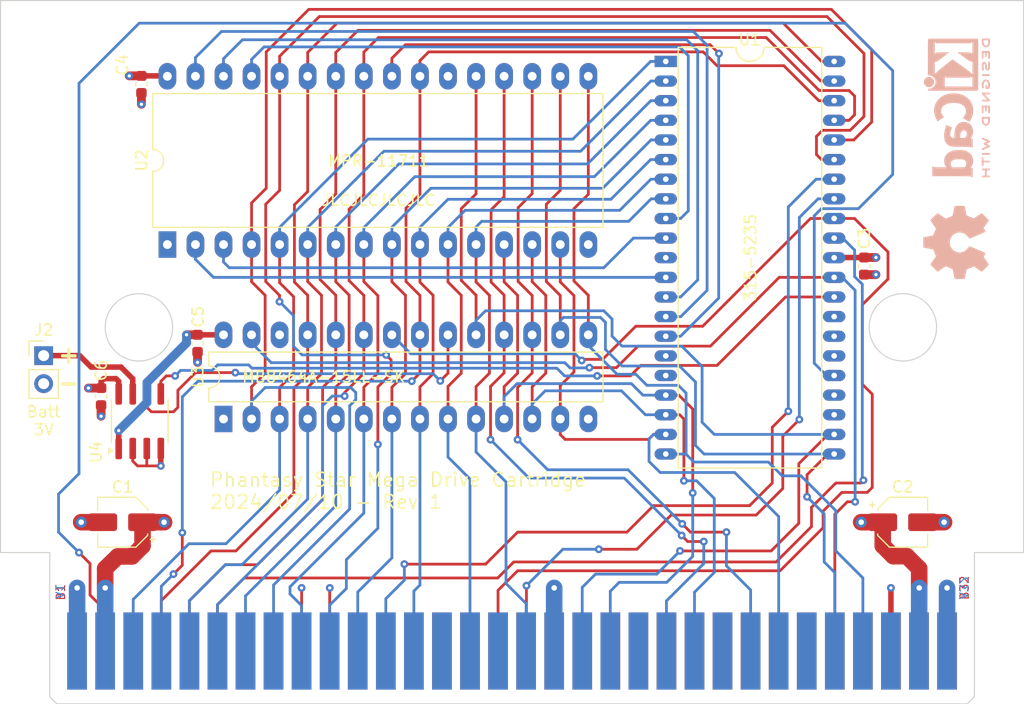
<source format=kicad_pcb>
(kicad_pcb (version 20240108) (generator "pcbnew") (generator_version "8.0")
  (title_block (title "Phantasy Star Mega Drive Cartridge") (date "2024-07-10") (rev "1") (company "Jason Fritcher"))
  (layers (0 "F.Cu" signal) (1 "In1.Cu" power) (2 "In2.Cu" power) (31 "B.Cu" signal) (34 "B.Paste" user) (35 "F.Paste" user) (36 "B.SilkS" user "B.Silkscreen") (37 "F.SilkS" user "F.Silkscreen") (38 "B.Mask" user) (39 "F.Mask" user) (44 "Edge.Cuts" user))
  (net 0 "")
  (net 1 "+5V")
  (net 2 "GND")
  (net 3 "/BATT+")
  (net 5 "/C_A8")
  (net 6 "/C_A11")
  (net 7 "/C_A7")
  (net 8 "/C_A12")
  (net 9 "/C_A6")
  (net 10 "/C_A13")
  (net 11 "/C_A5")
  (net 12 "/C_A14")
  (net 13 "/C_A4")
  (net 14 "/C_A3")
  (net 15 "/C_A2")
  (net 16 "/C_A1")
  (net 17 "/C_A9")
  (net 18 "/C_A10")
  (net 19 "/C_A0")
  (net 20 "/C_D7")
  (net 21 "/C_D0")
  (net 22 "/C_D6")
  (net 23 "/C_D1")
  (net 24 "/C_D5")
  (net 25 "/C_D2")
  (net 27 "/C_D4")
  (net 28 "/C_D3")
  (net 44 "/C_~{RESET}")
  (net 52 "/C_~{CE}")
  (net 53 "/C_~{RD}")
  (net 54 "/C_~{WR}")
  (net 57 "/A14")
  (net 58 "/A15")
  (net 59 "/A16")
  (net 60 "/A17")
  (net 61 "/A18")
  (net 67 "/C_A15")
  (net 68 "/~{CE0}")
  (net 69 "/~{SRAM_{CE}}")
  (net 73 "/~{SR_MGMT_{CE}}")
  (net 74 "/SRAM_{VCC}")
  (footprint "Custom:DIL42_600mil_P70mil_SmallDrill" (layer "F.Cu") (at 123.86 65.314)
    (property "Reference" "U1")
    (property "Value" "315-5235")
  )
  (footprint "Capacitor_SMD:C_0603_1608Metric" (layer "F.Cu") (at 81.480002 90.85 -90)
    (property "Reference" "C5")
    (property "Value" "100n" (hide yes))
  )
  (footprint "Capacitor_SMD:C_0603_1608Metric" (layer "F.Cu") (at 72.75 95.675 -90)
    (property "Reference" "C6")
    (property "Value" "100n" (hide yes))
  )
  (footprint "Package_SO:SOIC-8_3.9x4.9mm_P1.27mm" (layer "F.Cu") (at 76.25 97.9 90)
    (property "Reference" "U4")
    (property "Value" "BQ2201SN" (hide yes))
  )
  (footprint "Connector_PinHeader_2.54mm:PinHeader_1x02_P2.54mm_Vertical" (layer "F.Cu") (at 67.55 91.96)
    (property "Reference" "J2")
    (property "Value" "Batt" (hide yes))
  )
  (footprint "Package_DIP:DIP-32_W15.24mm_LongPads" (layer "F.Cu") (at 78.75 81.9 90)
    (property "Reference" "U2")
    (property "Value" "MPR-11711")
  )
  (footprint "Package_DIP:DIP-28_W7.62mm_LongPads" (layer "F.Cu") (at 83.83 97.7 90)
    (property "Reference" "U3")
    (property "Value" "MB8464A-15LL-SK")
  )
  (footprint "Capacitor_SMD:C_0603_1608Metric" (layer "F.Cu") (at 141.825 83.849 -90)
    (property "Reference" "C3")
    (property "Value" "100n" (hide yes))
  )
  (footprint "My_Library:2x32_P2.54mm_Edge" (layer "F.Cu") (at 109.95 118.4)
    (property "Reference" "J1" (hide yes))
    (property "Value" "Sega_MegaDrive_Cart_Conn" (hide yes))
  )
  (footprint "Capacitor_SMD:CP_Elec_4x5.4" (layer "F.Cu") (at 145.3 107.05)
    (property "Reference" "C2")
    (property "Value" "22u" (hide yes))
  )
  (footprint "Capacitor_SMD:CP_Elec_4x5.4" (layer "F.Cu") (at 74.7 107.05 180)
    (property "Reference" "C1")
    (property "Value" "22u" (hide yes))
  )
  (footprint "Capacitor_SMD:C_0603_1608Metric" (layer "F.Cu") (at 76.4 67.397499 -90)
    (property "Reference" "C4")
    (property "Value" "100n" (hide yes))
  )
  (footprint "Symbol:OSHW-Symbol_6.7x6mm_SilkScreen" (layer "B.Cu") (at 150.15 81.7 -90)
    (property "Reference" "REF**" (hide yes))
    (property "Value" "OSHW-Symbol_6.7x6mm_SilkScreen" (hide yes))
  )
  (footprint "Symbol:KiCad-Logo2_5mm_SilkScreen" (layer "B.Cu") (at 150.2 69.525 -90)
    (property "Reference" "REF**" (hide yes))
    (property "Value" "KiCad-Logo2_5mm_SilkScreen" (hide yes))
  )
  (gr_line (start 63.65 59.8) (end 156.25 59.8) (stroke (width 0.1)) (layer "Edge.Cuts"))
  (gr_line (start 63.65 109.8) (end 68.1 109.8) (stroke (width 0.1)) (layer "Edge.Cuts"))
  (gr_line (start 68.1 122.8675) (end 68.735 123.5) (stroke (width 0.1)) (layer "Edge.Cuts"))
  (gr_line (start 151.8 109.8) (end 151.8 122.865) (stroke (width 0.1)) (layer "Edge.Cuts"))
  (gr_line (start 151.165 123.5) (end 151.8 122.8675) (stroke (width 0.1)) (layer "Edge.Cuts"))
  (gr_line (start 156.25 59.8) (end 156.25 109.8) (stroke (width 0.1)) (layer "Edge.Cuts"))
  (gr_line (start 151.8 109.8) (end 156.25 109.8) (stroke (width 0.1)) (layer "Edge.Cuts"))
  (gr_line (start 63.65 59.8) (end 63.65 109.8) (stroke (width 0.1)) (layer "Edge.Cuts"))
  (gr_line (start 68.735 123.5) (end 151.165 123.5) (stroke (width 0.1)) (layer "Edge.Cuts"))
  (gr_line (start 68.1 109.8) (end 68.1 122.865) (stroke (width 0.1)) (layer "Edge.Cuts"))
  (gr_circle (center 145.325 89.4) (end 148.375 89.4) (stroke (width 0.1)) (fill none) (layer "Edge.Cuts"))
  (gr_circle (center 76.175 89.4) (end 79.225 89.4) (stroke (width 0.1)) (fill none) (layer "Edge.Cuts"))
  (gr_text "B32" (at 150.9 113 90) (layer "F.Cu") (effects (font (size 0.75 0.75) (thickness 0.1))))
  (gr_text "B1" (at 69.1 113.4 90) (layer "F.Cu") (effects (font (size 0.75 0.75) (thickness 0.1))))
  (gr_text "A1" (at 69 113.3 -90) (layer "B.Cu") (effects (font (size 0.75 0.75) (thickness 0.1)) (justify mirror)))
  (gr_text "A32" (at 150.8 113 -90) (layer "B.Cu") (effects (font (size 0.75 0.75) (thickness 0.1)) (justify mirror)))
  (gr_text "Phantasy Star Mega Drive Cartridge\n2024/07/10 - Rev 1" (at 82.5 105.95 0) (layer "F.SilkS") (effects (font (size 1.25 1.25)) (justify left bottom)))
  (gr_text "-" (at 68.7 95.3 0) (layer "F.SilkS") (effects (font (size 1.5 1.5) (thickness 0.3) (bold yes)) (justify left bottom)))
  (gr_text "Batt\n3V" (at 67.55 99.25 0) (layer "F.SilkS") (effects (font (size 1 1)) (justify bottom)))
  (gr_text "+" (at 68.7 92.75 0) (layer "F.SilkS") (effects (font (size 1.5 1.5) (thickness 0.3) (bold yes)) (justify left bottom)))
  (gr_text "JLCJLCJLCJLC" (at 92.625 78.475 0) (layer "F.SilkS") (effects (font (size 1 1)) (justify left bottom)))
  (segment (start 143.5 109.175) (end 143.5 107.05) (width 1.5) (layer "F.Cu") (net 1))
  (segment (start 90.9 118.7175) (end 90.9 113) (width 0.25) (layer "F.Cu") (net 1))
  (segment (start 73 94.05) (end 72.75 94.3) (width 0.5) (layer "F.Cu") (net 1))
  (segment (start 142.885 83.074) (end 141.825 83.074) (width 0.8) (layer "F.Cu") (net 1))
  (segment (start 78.45 107.05) (end 76.5 107.05) (width 1.5) (layer "F.Cu") (net 1))
  (segment (start 72.75 94.3) (end 72.75 94.9) (width 0.5) (layer "F.Cu") (net 1))
  (segment (start 146.8 111.25) (end 145.675 110.125) (width 1.5) (layer "F.Cu") (net 1))
  (segment (start 73.12 111.25) (end 74.25 110.15) (width 1.5) (layer "F.Cu") (net 1))
  (segment (start 74.1 94.05) (end 73 94.05) (width 0.5) (layer "F.Cu") (net 1))
  (segment (start 74.25 110.15) (end 75.55 110.15) (width 1.5) (layer "F.Cu") (net 1))
  (segment (start 76.4 66.622499) (end 78.712499 66.622499) (width 0.5) (layer "F.Cu") (net 1))
  (segment (start 75.55 110.15) (end 76.5 109.2) (width 1.5) (layer "F.Cu") (net 1))
  (segment (start 74.345 94.295) (end 74.1 94.05) (width 0.5) (layer "F.Cu") (net 1))
  (segment (start 73.12 113) (end 73.12 111.25) (width 1.5) (layer "F.Cu") (net 1))
  (segment (start 145.675 110.125) (end 144.45 110.125) (width 1.5) (layer "F.Cu") (net 1))
  (segment (start 74.345 95.425) (end 74.345 94.295) (width 0.5) (layer "F.Cu") (net 1))
  (segment (start 76.5 109.2) (end 76.5 107.05) (width 1.5) (layer "F.Cu") (net 1))
  (segment (start 139.12 83.074) (end 141.825 83.074) (width 0.5) (layer "F.Cu") (net 1))
  (segment (start 71.6 94.9) (end 72.75 94.9) (width 0.8) (layer "F.Cu") (net 1))
  (segment (start 144.45 110.125) (end 143.5 109.175) (width 1.5) (layer "F.Cu") (net 1))
  (segment (start 146.8 113) (end 146.8 111.25) (width 1.5) (layer "F.Cu") (net 1))
  (segment (start 139.12 83.074) (end 139.1 83.094) (width 0.8) (layer "F.Cu") (net 1))
  (segment (start 75.3 66.622499) (end 76.4 66.622499) (width 0.8) (layer "F.Cu") (net 1))
  (segment (start 141.55 107.05) (end 143.5 107.05) (width 1.5) (layer "F.Cu") (net 1))
  (segment (start 78.712499 66.622499) (end 78.75 66.66) (width 0.8) (layer "F.Cu") (net 1))
  (via (at 90.9 113) (size 0.7) (drill 0.3) (layers "F.Cu" "B.Cu") (net 1))
  (via (at 78.45 107.05) (size 1) (drill 0.5) (layers "F.Cu" "B.Cu") (net 1))
  (via (at 71.6 94.9) (size 0.7) (drill 0.3) (layers "F.Cu" "B.Cu") (net 1))
  (via (at 75.3 66.622499) (size 0.7) (drill 0.3) (layers "F.Cu" "B.Cu") (net 1))
  (via (at 141.55 107.05) (size 1) (drill 0.5) (layers "F.Cu" "B.Cu") (net 1))
  (via (at 73.12 113) (size 1) (drill 0.5) (layers "F.Cu" "B.Cu") (net 1))
  (via (at 146.8 113) (size 1) (drill 0.5) (layers "F.Cu" "B.Cu") (net 1))
  (via (at 142.885 83.074) (size 0.7) (drill 0.3) (layers "F.Cu" "B.Cu") (net 1))
  (segment (start 146.78 118.7175) (end 146.8 113) (width 1.5) (layer "B.Cu") (net 1))
  (segment (start 73.12 118.7175) (end 73.12 113) (width 1.5) (layer "B.Cu") (net 1))
  (segment (start 70.95 107.05) (end 72.9 107.05) (width 1.5) (layer "F.Cu") (net 2))
  (segment (start 76.05 101.95) (end 76.9 101.95) (width 0.25) (layer "F.Cu") (net 2))
  (segment (start 76.4 69.1975) (end 76.4 68.172499) (width 0.8) (layer "F.Cu") (net 2))
  (segment (start 76.9 101.95) (end 78.155 101.95) (width 0.25) (layer "F.Cu") (net 2))
  (segment (start 75.615 101.515) (end 76.05 101.95) (width 0.25) (layer "F.Cu") (net 2))
  (segment (start 149.05 107.05) (end 147.1 107.05) (width 1.5) (layer "F.Cu") (net 2))
  (segment (start 81.480001 91.625001) (end 81.480002 92.575002) (width 0.8) (layer "F.Cu") (net 2))
  (segment (start 78.155 100.375) (end 78.155 101.95) (width 0.5) (layer "F.Cu") (net 2))
  (segment (start 76.885 101.935) (end 76.9 101.95) (width 0.25) (layer "F.Cu") (net 2))
  (segment (start 76.885 100.375) (end 76.885 101.935) (width 0.25) (layer "F.Cu") (net 2))
  (segment (start 144.24 118.7175) (end 144.24 113) (width 0.5) (layer "F.Cu") (net 2))
  (segment (start 75.615 100.375) (end 75.615 101.515) (width 0.25) (layer "F.Cu") (net 2))
  (segment (start 93.44 118.7175) (end 93.44 113.01) (width 0.25) (layer "F.Cu") (net 2))
  (segment (start 93.44 113.01) (end 93.45 113) (width 0.25) (layer "F.Cu") (net 2))
  (segment (start 72.75 96.45) (end 72.75 97.45) (width 0.8) (layer "F.Cu") (net 2))
  (segment (start 142.885 84.624) (end 141.825 84.624) (width 0.8) (layer "F.Cu") (net 2))
  (segment (start 149.32 118.7175) (end 149.32 113) (width 0.5) (layer "F.Cu") (net 2))
  (via (at 149.32 113) (size 1) (drill 0.5) (layers "F.Cu" "B.Cu") (net 2))
  (via (at 70.58 113) (size 1) (drill 0.5) (layers "F.Cu" "B.Cu") (net 2))
  (via (at 113.76 113) (size 1) (drill 0.5) (layers "F.Cu" "B.Cu") (net 2))
  (via (at 81.480002 92.575002) (size 0.7) (drill 0.3) (layers "F.Cu" "B.Cu") (net 2))
  (via (at 78.155 101.95) (size 0.7) (drill 0.3) (layers "F.Cu" "B.Cu") (net 2))
  (via (at 144.24 113) (size 0.7) (drill 0.3) (layers "F.Cu" "B.Cu") (net 2))
  (via (at 70.95 107.05) (size 1) (drill 0.5) (layers "F.Cu" "B.Cu") (net 2))
  (via (at 72.75 97.45) (size 0.7) (drill 0.3) (layers "F.Cu" "B.Cu") (net 2))
  (via (at 76.4 69.1975) (size 0.7) (drill 0.3) (layers "F.Cu" "B.Cu") (net 2))
  (via (at 142.885 84.624) (size 0.7) (drill 0.3) (layers "F.Cu" "B.Cu") (net 2))
  (via (at 93.45 113) (size 0.7) (drill 0.3) (layers "F.Cu" "B.Cu") (net 2))
  (via (at 149.05 107.05) (size 1) (drill 0.5) (layers "F.Cu" "B.Cu") (net 2))
  (segment (start 113.76 118.7175) (end 113.76 113) (width 1.5) (layer "B.Cu") (net 2))
  (segment (start 149.32 118.7175) (end 149.32 113) (width 1.5) (layer "B.Cu") (net 2))
  (segment (start 70.58 118.7175) (end 70.58 113) (width 1.5) (layer "B.Cu") (net 2))
  (segment (start 71.85 93) (end 70.81 91.96) (width 0.5) (layer "F.Cu") (net 3))
  (segment (start 75.615 94.065) (end 74.55 93) (width 0.5) (layer "F.Cu") (net 3))
  (segment (start 74.55 93) (end 71.85 93) (width 0.5) (layer "F.Cu") (net 3))
  (segment (start 70.81 91.96) (end 67.55 91.96) (width 0.5) (layer "F.Cu") (net 3))
  (segment (start 75.615 95.425) (end 75.615 94.065) (width 0.5) (layer "F.Cu") (net 3))
  (segment (start 78.2 114.15) (end 82.7 109.65) (width 0.25) (layer "F.Cu") (net 5))
  (segment (start 91.45 64.5) (end 91.45 66.66) (width 0.25) (layer "F.Cu") (net 5))
  (segment (start 91.45 77.1) (end 91.45 66.66) (width 0.25) (layer "F.Cu") (net 5))
  (segment (start 137.964 65.314) (end 134.5 61.85) (width 0.25) (layer "F.Cu") (net 5))
  (segment (start 84.95 109.65) (end 90.2 104.4) (width 0.25) (layer "F.Cu") (net 5))
  (segment (start 94.1 61.85) (end 91.45 64.5) (width 0.25) (layer "F.Cu") (net 5))
  (segment (start 91.45 86.5) (end 90.25 85.3) (width 0.25) (layer "F.Cu") (net 5))
  (segment (start 82.7 109.65) (end 84.95 109.65) (width 0.25) (layer "F.Cu") (net 5))
  (segment (start 90.2 94.9) (end 91.45 93.65) (width 0.25) (layer "F.Cu") (net 5))
  (segment (start 139.1 65.314) (end 137.964 65.314) (width 0.25) (layer "F.Cu") (net 5))
  (segment (start 91.45 90.08) (end 91.45 86.5) (width 0.25) (layer "F.Cu") (net 5))
  (segment (start 91.45 93.65) (end 91.45 90.08) (width 0.25) (layer "F.Cu") (net 5))
  (segment (start 90.2 104.4) (end 90.2 94.9) (width 0.25) (layer "F.Cu") (net 5))
  (segment (start 134.5 61.85) (end 94.1 61.85) (width 0.25) (layer "F.Cu") (net 5))
  (segment (start 78.2 118.7175) (end 78.2 114.15) (width 0.25) (layer "F.Cu") (net 5))
  (segment (start 90.25 85.3) (end 90.25 78.3) (width 0.25) (layer "F.Cu") (net 5))
  (segment (start 90.25 78.3) (end 91.45 77.1) (width 0.25) (layer "F.Cu") (net 5))
  (segment (start 96.53 86.505) (end 95.2 85.175) (width 0.25) (layer "F.Cu") (net 6))
  (segment (start 95.2 85.175) (end 95.2 78.7) (width 0.25) (layer "F.Cu") (net 6))
  (segment (start 140.45 67.95) (end 137.75 67.95) (width 0.25) (layer "F.Cu") (net 6))
  (segment (start 95.2 78.7) (end 96.53 77.37) (width 0.25) (layer "F.Cu") (net 6))
  (segment (start 140.95 70.15) (end 140.95 68.45) (width 0.25) (layer "F.Cu") (net 6))
  (segment (start 137.75 67.95) (end 132.95 63.15) (width 0.25) (layer "F.Cu") (net 6))
  (segment (start 94.8 95.625) (end 94.8 95.3) (width 0.25) (layer "F.Cu") (net 6))
  (segment (start 139.1 70.648) (end 140.452 70.648) (width 0.25) (layer "F.Cu") (net 6))
  (segment (start 140.95 68.45) (end 140.45 67.95) (width 0.25) (layer "F.Cu") (net 6))
  (segment (start 94.8 95.3) (end 96.53 93.57) (width 0.25) (layer "F.Cu") (net 6))
  (segment (start 97.85 63.15) (end 96.53 64.47) (width 0.25) (layer "F.Cu") (net 6))
  (segment (start 96.53 77.37) (end 96.53 66.66) (width 0.25) (layer "F.Cu") (net 6))
  (segment (start 140.452 70.648) (end 140.95 70.15) (width 0.25) (layer "F.Cu") (net 6))
  (segment (start 96.53 90.08) (end 96.53 86.505) (width 0.25) (layer "F.Cu") (net 6))
  (segment (start 132.95 63.15) (end 97.85 63.15) (width 0.25) (layer "F.Cu") (net 6))
  (segment (start 96.53 64.47) (end 96.53 66.66) (width 0.25) (layer "F.Cu") (net 6))
  (segment (start 96.53 93.57) (end 96.53 90.08) (width 0.25) (layer "F.Cu") (net 6))
  (via (at 94.8 95.625) (size 0.7) (drill 0.3) (layers "F.Cu" "B.Cu") (net 6))
  (segment (start 83.28 118.7175) (end 83.28 114.52) (width 0.25) (layer "B.Cu") (net 6))
  (segment (start 92.8 96.5) (end 93.675 95.625) (width 0.25) (layer "B.Cu") (net 6))
  (segment (start 93.675 95.625) (end 94.8 95.625) (width 0.25) (layer "B.Cu") (net 6))
  (segment (start 92.8 105) (end 92.8 96.5) (width 0.25) (layer "B.Cu") (net 6))
  (segment (start 83.28 114.52) (end 92.8 105) (width 0.25) (layer "B.Cu") (net 6))
  (segment (start 90.175 93.575) (end 90.175 86.625) (width 0.25) (layer "F.Cu") (net 7))
  (segment (start 88.91 85.36) (end 88.91 81.9) (width 0.25) (layer "F.Cu") (net 7))
  (segment (start 88.909999 94.840001) (end 90.175 93.575) (width 0.25) (layer "F.Cu") (net 7))
  (segment (start 88.909999 97.7) (end 88.909999 94.840001) (width 0.25) (layer "F.Cu") (net 7))
  (segment (start 90.175 86.625) (end 88.91 85.36) (width 0.25) (layer "F.Cu") (net 7))
  (segment (start 122.486 65.314) (end 115.45 72.35) (width 0.25) (layer "B.Cu") (net 7))
  (segment (start 123.86 65.314) (end 122.486 65.314) (width 0.25) (layer "B.Cu") (net 7))
  (segment (start 75.66 114.04) (end 80.7 109) (width 0.25) (layer "B.Cu") (net 7))
  (segment (start 96.9 72.35) (end 88.91 80.34) (width 0.25) (layer "B.Cu") (net 7))
  (segment (start 88.91 80.34) (end 88.91 81.9) (width 0.25) (layer "B.Cu") (net 7))
  (segment (start 115.45 72.35) (end 96.9 72.35) (width 0.25) (layer "B.Cu") (net 7))
  (segment (start 75.66 118.7175) (end 75.66 114.04) (width 0.25) (layer "B.Cu") (net 7))
  (segment (start 84.05 109) (end 88.909999 104.140001) (width 0.25) (layer "B.Cu") (net 7))
  (segment (start 80.7 109) (end 84.05 109) (width 0.25) (layer "B.Cu") (net 7))
  (segment (start 88.909999 104.140001) (end 88.909999 97.7) (width 0.25) (layer "B.Cu") (net 7))
  (segment (start 87.6 86.5) (end 86.37 85.27) (width 0.25) (layer "F.Cu") (net 8))
  (segment (start 91.55 60.6) (end 87.7 64.45) (width 0.25) (layer "F.Cu") (net 8))
  (segment (start 86.37 78.13) (end 86.37 81.9) (width 0.25) (layer "F.Cu") (net 8))
  (segment (start 87.6 93.55) (end 87.6 86.5) (width 0.25) (layer "F.Cu") (net 8))
  (segment (start 87.7 76.8) (end 86.37 78.13) (width 0.25) (layer "F.Cu") (net 8))
  (segment (start 139.1 72.426) (end 140.874 72.426) (width 0.25) (layer "F.Cu") (net 8))
  (segment (start 86.37 97.7) (end 86.37 94.78) (width 0.25) (layer "F.Cu") (net 8))
  (segment (start 138.85 60.6) (end 91.55 60.6) (width 0.25) (layer "F.Cu") (net 8))
  (segment (start 86.37 94.78) (end 87.6 93.55) (width 0.25) (layer "F.Cu") (net 8))
  (segment (start 142.5 70.8) (end 142.5 64.25) (width 0.25) (layer "F.Cu") (net 8))
  (segment (start 140.874 72.426) (end 142.5 70.8) (width 0.25) (layer "F.Cu") (net 8))
  (segment (start 86.37 85.27) (end 86.37 81.9) (width 0.25) (layer "F.Cu") (net 8))
  (segment (start 87.7 64.45) (end 87.7 76.8) (width 0.25) (layer "F.Cu") (net 8))
  (segment (start 142.5 64.25) (end 138.85 60.6) (width 0.25) (layer "F.Cu") (net 8))
  (segment (start 95.35 94.85) (end 87.6 94.85) (width 0.25) (layer "B.Cu") (net 8))
  (segment (start 95.25 105.85) (end 95.25 96.5) (width 0.25) (layer "B.Cu") (net 8))
  (segment (start 86.37 96.08) (end 86.37 97.7) (width 0.25) (layer "B.Cu") (net 8))
  (segment (start 87.6 94.85) (end 86.37 96.08) (width 0.25) (layer "B.Cu") (net 8))
  (segment (start 88.36 118.7175) (end 88.36 112.74) (width 0.25) (layer "B.Cu") (net 8))
  (segment (start 95.8 95.95) (end 95.8 95.3) (width 0.25) (layer "B.Cu") (net 8))
  (segment (start 95.8 95.3) (end 95.35 94.85) (width 0.25) (layer "B.Cu") (net 8))
  (segment (start 88.36 112.74) (end 95.25 105.85) (width 0.25) (layer "B.Cu") (net 8))
  (segment (start 95.25 96.5) (end 95.8 95.95) (width 0.25) (layer "B.Cu") (net 8))
  (segment (start 91.45 94.85) (end 92.7 93.6) (width 0.25) (layer "F.Cu") (net 9))
  (segment (start 91.45 85.25) (end 91.45 81.9) (width 0.25) (layer "F.Cu") (net 9))
  (segment (start 92.7 93.6) (end 92.7 86.5) (width 0.25) (layer "F.Cu") (net 9))
  (segment (start 91.45 97.7) (end 91.45 94.85) (width 0.25) (layer "F.Cu") (net 9))
  (segment (start 92.7 86.5) (end 91.45 85.25) (width 0.25) (layer "F.Cu") (net 9))
  (segment (start 84 110.9) (end 85.5 110.9) (width 0.25) (layer "B.Cu") (net 9))
  (segment (start 98.35 73.45) (end 91.45 80.35) (width 0.25) (layer "B.Cu") (net 9))
  (segment (start 91.45 80.35) (end 91.45 81.9) (width 0.25) (layer "B.Cu") (net 9))
  (segment (start 85.5 110.9) (end 91.45 104.95) (width 0.25) (layer "B.Cu") (net 9))
  (segment (start 123.86 67.092) (end 122.508 67.092) (width 0.25) (layer "B.Cu") (net 9))
  (segment (start 116.15 73.45) (end 98.35 73.45) (width 0.25) (layer "B.Cu") (net 9))
  (segment (start 91.45 104.95) (end 91.45 97.7) (width 0.25) (layer "B.Cu") (net 9))
  (segment (start 122.508 67.092) (end 116.15 73.45) (width 0.25) (layer "B.Cu") (net 9))
  (segment (start 80.74 118.7175) (end 80.74 114.16) (width 0.25) (layer "B.Cu") (net 9))
  (segment (start 80.74 114.16) (end 84 110.9) (width 0.25) (layer "B.Cu") (net 9))
  (segment (start 141.8 70.3) (end 141.8 64.6) (width 0.25) (layer "F.Cu") (net 10))
  (segment (start 138.45 61.25) (end 92.5 61.25) (width 0.25) (layer "F.Cu") (net 10))
  (segment (start 141.8 64.6) (end 138.45 61.25) (width 0.25) (layer "F.Cu") (net 10))
  (segment (start 99 92.35) (end 99 93.6) (width 0.25) (layer "F.Cu") (net 10))
  (segment (start 137.5 73.75) (end 137.5 72.1) (width 0.25) (layer "F.Cu") (net 10))
  (segment (start 137.954 74.204) (end 137.5 73.75) (width 0.25) (layer "F.Cu") (net 10))
  (segment (start 97.8 94.8) (end 97.8 100) (width 0.25) (layer "F.Cu") (net 10))
  (segment (start 88.91 64.84) (end 88.91 66.66) (width 0.25) (layer "F.Cu") (net 10))
  (segment (start 88.9 86.5) (end 88.9 87.075) (width 0.25) (layer "F.Cu") (net 10))
  (segment (start 99 93.6) (end 97.8 94.8) (width 0.25) (layer "F.Cu") (net 10))
  (segment (start 99 92.35) (end 98.55 91.9) (width 0.25) (layer "F.Cu") (net 10))
  (segment (start 139.1 74.204) (end 137.954 74.204) (width 0.25) (layer "F.Cu") (net 10))
  (segment (start 92.5 61.25) (end 88.91 64.84) (width 0.25) (layer "F.Cu") (net 10))
  (segment (start 140.55 71.55) (end 141.8 70.3) (width 0.25) (layer "F.Cu") (net 10))
  (segment (start 87.65 85.25) (end 88.9 86.5) (width 0.25) (layer "F.Cu") (net 10))
  (segment (start 138.05 71.55) (end 140.55 71.55) (width 0.25) (layer "F.Cu") (net 10))
  (segment (start 137.5 72.1) (end 138.05 71.55) (width 0.25) (layer "F.Cu") (net 10))
  (segment (start 88.91 76.99) (end 87.65 78.25) (width 0.25) (layer "F.Cu") (net 10))
  (segment (start 88.91 66.66) (end 88.91 76.99) (width 0.25) (layer "F.Cu") (net 10))
  (segment (start 87.65 78.25) (end 87.65 85.25) (width 0.25) (layer "F.Cu") (net 10))
  (via (at 98.55 91.9) (size 0.7) (drill 0.3) (layers "F.Cu" "B.Cu") (net 10))
  (via (at 97.8 100) (size 0.7) (drill 0.3) (layers "F.Cu" "B.Cu") (net 10))
  (via (at 88.9 87.075) (size 0.7) (drill 0.3) (layers "F.Cu" "B.Cu") (net 10))
  (segment (start 93.44 114.56) (end 93.44 118.7175) (width 0.25) (layer "B.Cu") (net 10))
  (segment (start 97.8 107.6) (end 94.95 110.45) (width 0.25) (layer "B.Cu") (net 10))
  (segment (start 97.8 100) (end 97.8 107.6) (width 0.25) (layer "B.Cu") (net 10))
  (segment (start 94.95 113.05) (end 93.44 114.56) (width 0.25) (layer "B.Cu") (net 10))
  (segment (start 94.95 110.45) (end 94.95 113.05) (width 0.25) (layer "B.Cu") (net 10))
  (segment (start 90.175 91.125) (end 90.95 91.9) (width 0.25) (layer "B.Cu") (net 10))
  (segment (start 90.95 91.9) (end 98.55 91.9) (width 0.25) (layer "B.Cu") (net 10))
  (segment (start 88.9 87.075) (end 90.175 88.35) (width 0.25) (layer "B.Cu") (net 10))
  (segment (start 90.175 88.35) (end 90.175 91.125) (width 0.25) (layer "B.Cu") (net 10))
  (segment (start 93.99 94.81) (end 95.2 93.6) (width 0.25) (layer "F.Cu") (net 11))
  (segment (start 95.2 93.6) (end 95.2 86.475) (width 0.25) (layer "F.Cu") (net 11))
  (segment (start 93.99 85.265) (end 93.99 81.9) (width 0.25) (layer "F.Cu") (net 11))
  (segment (start 95.2 86.475) (end 93.99 85.265) (width 0.25) (layer "F.Cu") (net 11))
  (segment (start 93.99 97.7) (end 93.99 94.81) (width 0.25) (layer "F.Cu") (net 11))
  (segment (start 85.82 118.7175) (end 85.82 113.73) (width 0.25) (layer "B.Cu") (net 11))
  (segment (start 123.86 68.87) (end 122.505 68.87) (width 0.25) (layer "B.Cu") (net 11))
  (segment (start 116.775 74.6) (end 99.7 74.6) (width 0.25) (layer "B.Cu") (net 11))
  (segment (start 99.7 74.6) (end 93.99 80.31) (width 0.25) (layer "B.Cu") (net 11))
  (segment (start 85.82 113.73) (end 93.99 105.56) (width 0.25) (layer "B.Cu") (net 11))
  (segment (start 93.99 80.31) (end 93.99 81.9) (width 0.25) (layer "B.Cu") (net 11))
  (segment (start 93.99 105.56) (end 93.99 97.7) (width 0.25) (layer "B.Cu") (net 11))
  (segment (start 122.505 68.87) (end 116.775 74.6) (width 0.25) (layer "B.Cu") (net 11))
  (segment (start 107.55 110.85) (end 110.45 107.95) (width 0.25) (layer "F.Cu") (net 12))
  (segment (start 110.45 107.95) (end 120.35 107.95) (width 0.25) (layer "F.Cu") (net 12))
  (segment (start 131.45 105.55) (end 133.5 103.5) (width 0.25) (layer "F.Cu") (net 12))
  (segment (start 120.35 107.95) (end 122.75 105.55) (width 0.25) (layer "F.Cu") (net 12))
  (segment (start 100.2 110.85) (end 107.55 110.85) (width 0.25) (layer "F.Cu") (net 12))
  (segment (start 133.5 98.45) (end 134.95 97) (width 0.25) (layer "F.Cu") (net 12))
  (segment (start 122.75 105.55) (end 131.45 105.55) (width 0.25) (layer "F.Cu") (net 12))
  (segment (start 133.5 103.5) (end 133.5 98.45) (width 0.25) (layer "F.Cu") (net 12))
  (via (at 100.2 110.85) (size 0.7) (drill 0.3) (layers "F.Cu" "B.Cu") (net 12))
  (via (at 134.95 97) (size 0.7) (drill 0.3) (layers "F.Cu" "B.Cu") (net 12))
  (segment (start 134.95 97) (end 134.95 78.5) (width 0.25) (layer "B.Cu") (net 12))
  (segment (start 100.2 112.3) (end 100.2 110.85) (width 0.25) (layer "B.Cu") (net 12))
  (segment (start 98.52 113.98) (end 100.2 112.3) (width 0.25) (layer "B.Cu") (net 12))
  (segment (start 137.468 75.982) (end 139.1 75.982) (width 0.25) (layer "B.Cu") (net 12))
  (segment (start 98.52 118.7175) (end 98.52 113.98) (width 0.25) (layer "B.Cu") (net 12))
  (segment (start 134.95 78.5) (end 137.468 75.982) (width 0.25) (layer "B.Cu") (net 12))
  (segment (start 96.53 85.255) (end 96.53 81.9) (width 0.25) (layer "F.Cu") (net 13))
  (segment (start 96.53 94.82) (end 97.8 93.55) (width 0.25) (layer "F.Cu") (net 13))
  (segment (start 97.8 86.525) (end 96.53 85.255) (width 0.25) (layer "F.Cu") (net 13))
  (segment (start 97.8 93.55) (end 97.8 86.525) (width 0.25) (layer "F.Cu") (net 13))
  (segment (start 96.53 97.7) (end 96.53 94.82) (width 0.25) (layer "F.Cu") (net 13))
  (segment (start 96.53 106.22) (end 96.53 97.7) (width 0.25) (layer "B.Cu") (net 13))
  (segment (start 89.85 113.55) (end 89.85 112.9) (width 0.25) (layer "B.Cu") (net 13))
  (segment (start 96.53 80.37) (end 96.53 81.9) (width 0.25) (layer "B.Cu") (net 13))
  (segment (start 90.9 118.7175) (end 90.9 114.6) (width 0.25) (layer "B.Cu") (net 13))
  (segment (start 101.15 75.75) (end 96.53 80.37) (width 0.25) (layer "B.Cu") (net 13))
  (segment (start 89.85 112.9) (end 96.53 106.22) (width 0.25) (layer "B.Cu") (net 13))
  (segment (start 90.9 114.6) (end 89.85 113.55) (width 0.25) (layer "B.Cu") (net 13))
  (segment (start 117.4 75.75) (end 101.15 75.75) (width 0.25) (layer "B.Cu") (net 13))
  (segment (start 123.86 70.648001) (end 122.501999 70.648001) (width 0.25) (layer "B.Cu") (net 13))
  (segment (start 122.501999 70.648001) (end 117.4 75.75) (width 0.25) (layer "B.Cu") (net 13))
  (segment (start 99.07 97.7) (end 99.07 94.83) (width 0.25) (layer "F.Cu") (net 14))
  (segment (start 100.3 86.5) (end 99.07 85.27) (width 0.25) (layer "F.Cu") (net 14))
  (segment (start 99.07 94.83) (end 100.3 93.6) (width 0.25) (layer "F.Cu") (net 14))
  (segment (start 100.3 93.6) (end 100.3 86.5) (width 0.25) (layer "F.Cu") (net 14))
  (segment (start 99.07 85.27) (end 99.07 81.9) (width 0.25) (layer "F.Cu") (net 14))
  (segment (start 99.07 110.28) (end 99.07 97.7) (width 0.25) (layer "B.Cu") (net 14))
  (segment (start 123.86 72.425999) (end 122.524001 72.425999) (width 0.25) (layer "B.Cu") (net 14))
  (segment (start 102.6 76.8) (end 99.07 80.33) (width 0.25) (layer "B.Cu") (net 14))
  (segment (start 99.07 80.33) (end 99.07 81.9) (width 0.25) (layer "B.Cu") (net 14))
  (segment (start 122.524001 72.425999) (end 118.15 76.8) (width 0.25) (layer "B.Cu") (net 14))
  (segment (start 95.98 113.37) (end 99.07 110.28) (width 0.25) (layer "B.Cu") (net 14))
  (segment (start 118.15 76.8) (end 102.6 76.8) (width 0.25) (layer "B.Cu") (net 14))
  (segment (start 95.98 118.7175) (end 95.98 113.37) (width 0.25) (layer "B.Cu") (net 14))
  (segment (start 101.610001 94.789999) (end 102.8 93.6) (width 0.25) (layer "F.Cu") (net 15))
  (segment (start 102.8 86.5) (end 101.61 85.31) (width 0.25) (layer "F.Cu") (net 15))
  (segment (start 101.61 85.31) (end 101.61 81.9) (width 0.25) (layer "F.Cu") (net 15))
  (segment (start 101.610001 97.7) (end 101.610001 94.789999) (width 0.25) (layer "F.Cu") (net 15))
  (segment (start 102.8 93.6) (end 102.8 86.5) (width 0.25) (layer "F.Cu") (net 15))
  (segment (start 101.06 113.29) (end 101.610001 112.739999) (width 0.25) (layer "B.Cu") (net 15))
  (segment (start 122.496 74.204) (end 118.9 77.8) (width 0.25) (layer "B.Cu") (net 15))
  (segment (start 101.61 80.34) (end 101.61 81.9) (width 0.25) (layer "B.Cu") (net 15))
  (segment (start 101.610001 112.739999) (end 101.610001 97.7) (width 0.25) (layer "B.Cu") (net 15))
  (segment (start 123.86 74.204) (end 122.496 74.204) (width 0.25) (layer "B.Cu") (net 15))
  (segment (start 104.15 77.8) (end 101.61 80.34) (width 0.25) (layer "B.Cu") (net 15))
  (segment (start 118.9 77.8) (end 104.15 77.8) (width 0.25) (layer "B.Cu") (net 15))
  (segment (start 101.06 118.7175) (end 101.06 113.29) (width 0.25) (layer "B.Cu") (net 15))
  (segment (start 104.15 94.75) (end 105.35 93.55) (width 0.25) (layer "F.Cu") (net 16))
  (segment (start 104.15 97.7) (end 104.15 94.75) (width 0.25) (layer "F.Cu") (net 16))
  (segment (start 105.35 93.55) (end 105.35 86.5) (width 0.25) (layer "F.Cu") (net 16))
  (segment (start 104.15 85.3) (end 104.15 81.9) (width 0.25) (layer "F.Cu") (net 16))
  (segment (start 105.35 86.5) (end 104.15 85.3) (width 0.25) (layer "F.Cu") (net 16))
  (segment (start 122.518 75.982) (end 119.7 78.8) (width 0.25) (layer "B.Cu") (net 16))
  (segment (start 123.86 75.982) (end 122.518 75.982) (width 0.25) (layer "B.Cu") (net 16))
  (segment (start 105.7 78.8) (end 104.15 80.35) (width 0.25) (layer "B.Cu") (net 16))
  (segment (start 104.15 80.35) (end 104.15 81.9) (width 0.25) (layer "B.Cu") (net 16))
  (segment (start 106.14 103.14) (end 104.15 101.15) (width 0.25) (layer "B.Cu") (net 16))
  (segment (start 106.14 118.7175) (end 106.14 103.14) (width 0.25) (layer "B.Cu") (net 16))
  (segment (start 119.7 78.8) (end 105.7 78.8) (width 0.25) (layer "B.Cu") (net 16))
  (segment (start 104.15 101.15) (end 104.15 97.7) (width 0.25) (layer "B.Cu") (net 16))
  (segment (start 133.3 62.5) (end 96 62.5) (width 0.25) (layer "F.Cu") (net 17))
  (segment (start 93.99 90.08) (end 93.99 86.49) (width 0.25) (layer "F.Cu") (net 17))
  (segment (start 96 62.5) (end 93.99 64.51) (width 0.25) (layer "F.Cu") (net 17))
  (segment (start 84 110.9) (end 86.9 110.9) (width 0.25) (layer "F.Cu") (net 17))
  (segment (start 93.99 86.49) (end 92.575 85.075) (width 0.25) (layer "F.Cu") (net 17))
  (segment (start 137.892 67.092) (end 133.3 62.5) (width 0.25) (layer "F.Cu") (net 17))
  (segment (start 92.8 94.85) (end 93.99 93.66) (width 0.25) (layer "F.Cu") (net 17))
  (segment (start 92.575 85.075) (end 92.575 78.725) (width 0.25) (layer "F.Cu") (net 17))
  (segment (start 92.8 105) (end 92.8 94.85) (width 0.25) (layer "F.Cu") (net 17))
  (segment (start 93.99 93.66) (end 93.99 90.08) (width 0.25) (layer "F.Cu") (net 17))
  (segment (start 139.1 67.092) (end 137.892 67.092) (width 0.25) (layer "F.Cu") (net 17))
  (segment (start 93.99 64.51) (end 93.99 66.66) (width 0.25) (layer "F.Cu") (net 17))
  (segment (start 92.575 78.725) (end 93.99 77.31) (width 0.25) (layer "F.Cu") (net 17))
  (segment (start 86.9 110.9) (end 92.8 105) (width 0.25) (layer "F.Cu") (net 17))
  (segment (start 80.74 118.7175) (end 80.74 114.16) (width 0.25) (layer "F.Cu") (net 17))
  (segment (start 80.74 114.16) (end 84 110.9) (width 0.25) (layer "F.Cu") (net 17))
  (segment (start 93.99 77.31) (end 93.99 66.66) (width 0.25) (layer "F.Cu") (net 17))
  (segment (start 127.25 64.45) (end 102.4 64.45) (width 0.25) (layer "F.Cu") (net 18))
  (segment (start 101.61 77.34) (end 101.61 66.66) (width 0.25) (layer "F.Cu") (net 18))
  (segment (start 100.35 78.6) (end 101.61 77.34) (width 0.25) (layer "F.Cu") (net 18))
  (segment (start 134.55 65.7) (end 128.5 65.7) (width 0.25) (layer "F.Cu") (net 18))
  (segment (start 101.61 90.08) (end 101.61 86.51) (width 0.25) (layer "F.Cu") (net 18))
  (segment (start 101.61 93.54) (end 101.61 90.08) (width 0.25) (layer "F.Cu") (net 18))
  (segment (start 100.35 85.25) (end 100.35 78.6) (width 0.25) (layer "F.Cu") (net 18))
  (segment (start 139.1 68.87) (end 137.72 68.87) (width 0.25) (layer "F.Cu") (net 18))
  (segment (start 102.4 64.45) (end 101.61 65.24) (width 0.25) (layer "F.Cu") (net 18))
  (segment (start 100.875 94.275) (end 101.61 93.54) (width 0.25) (layer "F.Cu") (net 18))
  (segment (start 137.72 68.87) (end 134.55 65.7) (width 0.25) (layer "F.Cu") (net 18))
  (segment (start 80.1 110.95) (end 79.3 111.75) (width 0.25) (layer "F.Cu") (net 18))
  (segment (start 101.61 65.24) (end 101.61 66.66) (width 0.25) (layer "F.Cu") (net 18))
  (segment (start 128.5 65.7) (end 127.25 64.45) (width 0.25) (layer "F.Cu") (net 18))
  (segment (start 80.1 108) (end 80.1 110.95) (width 0.25) (layer "F.Cu") (net 18))
  (segment (start 101.61 86.51) (end 100.35 85.25) (width 0.25) (layer "F.Cu") (net 18))
  (via (at 79.3 111.75) (size 0.7) (drill 0.3) (layers "F.Cu" "B.Cu") (net 18))
  (via (at 80.1 108) (size 0.7) (drill 0.3) (layers "F.Cu" "B.Cu") (net 18))
  (via (at 100.875 94.275) (size 0.7) (drill 0.3) (layers "F.Cu" "B.Cu") (net 18))
  (segment (start 78.2 118.7175) (end 78.2 112.85) (width 0.25) (layer "B.Cu") (net 18))
  (segment (start 100.875 94.275) (end 81.525 94.275) (width 0.25) (layer "B.Cu") (net 18))
  (segment (start 80.1 95.7) (end 80.1 108) (width 0.25) (layer "B.Cu") (net 18))
  (segment (start 81.525 94.275) (end 80.1 95.7) (width 0.25) (layer "B.Cu") (net 18))
  (segment (start 78.2 112.85) (end 79.3 111.75) (width 0.25) (layer "B.Cu") (net 18))
  (segment (start 106.69 85.29) (end 106.69 81.9) (width 0.25) (layer "F.Cu") (net 19))
  (segment (start 106.69 97.7) (end 106.69 94.76) (width 0.25) (layer "F.Cu") (net 19))
  (segment (start 107.9 93.55) (end 107.9 86.5) (width 0.25) (layer "F.Cu") (net 19))
  (segment (start 107.9 86.5) (end 106.69 85.29) (width 0.25) (layer "F.Cu") (net 19))
  (segment (start 106.69 94.76) (end 107.9 93.55) (width 0.25) (layer "F.Cu") (net 19))
  (segment (start 120.5 79.8) (end 107.2 79.8) (width 0.25) (layer "B.Cu") (net 19))
  (segment (start 111.22 118.7175) (end 111.22 114.42) (width 0.25) (layer "B.Cu") (net 19))
  (segment (start 122.54 77.76) (end 120.5 79.8) (width 0.25) (layer "B.Cu") (net 19))
  (segment (start 106.69 80.31) (end 106.69 81.9) (width 0.25) (layer "B.Cu") (net 19))
  (segment (start 106.69 100.69) (end 106.69 97.7) (width 0.25) (layer "B.Cu") (net 19))
  (segment (start 109.4 103.4) (end 106.69 100.69) (width 0.25) (layer "B.Cu") (net 19))
  (segment (start 123.86 77.76) (end 122.54 77.76) (width 0.25) (layer "B.Cu") (net 19))
  (segment (start 109.4 112.6) (end 109.4 103.4) (width 0.25) (layer "B.Cu") (net 19))
  (segment (start 111.22 114.42) (end 109.4 112.6) (width 0.25) (layer "B.Cu") (net 19))
  (segment (start 107.2 79.8) (end 106.69 80.31) (width 0.25) (layer "B.Cu") (net 19))
  (segment (start 133.4 109.65) (end 135.9 107.15) (width 0.25) (layer "F.Cu") (net 20))
  (segment (start 106.69 77.31) (end 106.69 66.66) (width 0.25) (layer "F.Cu") (net 20))
  (segment (start 106.69 90.08) (end 106.69 86.49) (width 0.25) (layer "F.Cu") (net 20))
  (segment (start 135.9 101.75) (end 138.554 99.096) (width 0.25) (layer "F.Cu") (net 20))
  (segment (start 138.554 99.096) (end 139.1 99.096) (width 0.25) (layer "F.Cu") (net 20))
  (segment (start 125.15 109.65) (end 133.4 109.65) (width 0.25) (layer "F.Cu") (net 20))
  (segment (start 105.35 78.65) (end 106.69 77.31) (width 0.25) (layer "F.Cu") (net 20))
  (segment (start 105.35 85.15) (end 105.35 78.65) (width 0.25) (layer "F.Cu") (net 20))
  (segment (start 135.9 107.15) (end 135.9 101.75) (width 0.25) (layer "F.Cu") (net 20))
  (segment (start 106.69 86.49) (end 105.35 85.15) (width 0.25) (layer "F.Cu") (net 20))
  (via (at 125.15 109.65) (size 0.7) (drill 0.3) (layers "F.Cu" "B.Cu") (net 20))
  (segment (start 107.55 87.9) (end 106.69 88.76) (width 0.25) (layer "B.Cu") (net 20))
  (segment (start 127.15 98) (end 127.15 92.95) (width 0.25) (layer "B.Cu") (net 20))
  (segment (start 116.3 118.7175) (end 116.3 112.95) (width 0.25) (layer "B.Cu") (net 20))
  (segment (start 125.3 91.1) (end 119.9 91.1) (width 0.25) (layer "B.Cu") (net 20))
  (segment (start 139.1 99.096) (end 128.246 99.096) (width 0.25) (layer "B.Cu") (net 20))
  (segment (start 119.9 91.1) (end 119 90.2) (width 0.25) (layer "B.Cu") (net 20))
  (segment (start 117.5 111.75) (end 123.05 111.75) (width 0.25) (layer "B.Cu") (net 20))
  (segment (start 119 90.2) (end 119 88.65) (width 0.25) (layer "B.Cu") (net 20))
  (segment (start 123.05 111.75) (end 125.15 109.65) (width 0.25) (layer "B.Cu") (net 20))
  (segment (start 118.25 87.9) (end 107.55 87.9) (width 0.25) (layer "B.Cu") (net 20))
  (segment (start 127.15 92.95) (end 125.3 91.1) (width 0.25) (layer "B.Cu") (net 20))
  (segment (start 128.246 99.096) (end 127.15 98) (width 0.25) (layer "B.Cu") (net 20))
  (segment (start 116.3 112.95) (end 117.5 111.75) (width 0.25) (layer "B.Cu") (net 20))
  (segment (start 119 88.65) (end 118.25 87.9) (width 0.25) (layer "B.Cu") (net 20))
  (segment (start 106.69 88.76) (end 106.69 90.08) (width 0.25) (layer "B.Cu") (net 20))
  (segment (start 109.23 97.7) (end 109.23 94.77) (width 0.25) (layer "F.Cu") (net 21))
  (segment (start 110.45 93.55) (end 110.45 86.5) (width 0.25) (layer "F.Cu") (net 21))
  (segment (start 109.23 85.28) (end 109.23 81.9) (width 0.25) (layer "F.Cu") (net 21))
  (segment (start 110.45 86.5) (end 109.23 85.28) (width 0.25) (layer "F.Cu") (net 21))
  (segment (start 109.23 94.77) (end 110.45 93.55) (width 0.25) (layer "F.Cu") (net 21))
  (segment (start 125.040001 95.540001) (end 126.3 96.8) (width 0.25) (layer "F.Cu") (net 21))
  (segment (start 123.86 95.540001) (end 125.040001 95.540001) (width 0.25) (layer "F.Cu") (net 21))
  (segment (start 126.3 96.8) (end 126.3 104.4) (width 0.25) (layer "F.Cu") (net 21))
  (via (at 126.3 104.4) (size 0.7) (drill 0.3) (layers "F.Cu" "B.Cu") (net 21))
  (segment (start 123.95 112.5) (end 126.3 110.15) (width 0.25) (layer "B.Cu") (net 21))
  (segment (start 120.75 94.5) (end 110.4 94.5) (width 0.25) (layer "B.Cu") (net 21))
  (segment (start 109.23 95.67) (end 109.23 97.7) (width 0.25) (layer "B.Cu") (net 21))
  (segment (start 126.3 110.15) (end 126.3 104.4) (width 0.25) (layer "B.Cu") (net 21))
  (segment (start 119.64 112.5) (end 123.95 112.5) (width 0.25) (layer "B.Cu") (net 21))
  (segment (start 110.4 94.5) (end 109.23 95.67) (width 0.25) (layer "B.Cu") (net 21))
  (segment (start 121.790001 95.540001) (end 120.75 94.5) (width 0.25) (layer "B.Cu") (net 21))
  (segment (start 118.84 113.3) (end 119.64 112.5) (width 0.25) (layer "B.Cu") (net 21))
  (segment (start 123.86 95.540001) (end 121.790001 95.540001) (width 0.25) (layer "B.Cu") (net 21))
  (segment (start 118.84 118.7175) (end 118.84 113.3) (width 0.25) (layer "B.Cu") (net 21))
  (segment (start 125.85 108.8) (end 125.3 108.25) (width 0.25) (layer "F.Cu") (net 22))
  (segment (start 127.3 108.8) (end 125.85 108.8) (width 0.25) (layer "F.Cu") (net 22))
  (segment (start 109.23 93.52) (end 109.23 90.08) (width 0.25) (layer "F.Cu") (net 22))
  (segment (start 108 99.575) (end 108 94.75) (width 0.25) (layer "F.Cu") (net 22))
  (segment (start 108.05 78.75) (end 109.23 77.57) (width 0.25) (layer "F.Cu") (net 22))
  (segment (start 108 94.75) (end 109.23 93.52) (width 0.25) (layer "F.Cu") (net 22))
  (segment (start 109.23 90.08) (end 109.23 86.48) (width 0.25) (layer "F.Cu") (net 22))
  (segment (start 108.05 85.3) (end 108.05 78.75) (width 0.25) (layer "F.Cu") (net 22))
  (segment (start 109.23 86.48) (end 108.05 85.3) (width 0.25) (layer "F.Cu") (net 22))
  (segment (start 109.23 77.57) (end 109.23 66.66) (width 0.25) (layer "F.Cu") (net 22))
  (via (at 125.3 108.25) (size 0.7) (drill 0.3) (layers "F.Cu" "B.Cu") (net 22))
  (via (at 108 99.575) (size 0.7) (drill 0.3) (layers "F.Cu" "B.Cu") (net 22))
  (via (at 127.3 108.8) (size 0.7) (drill 0.3) (layers "F.Cu" "B.Cu") (net 22))
  (segment (start 127.3 108.8) (end 127.3 110.8) (width 0.25) (layer "B.Cu") (net 22))
  (segment (start 111.475 103.05) (end 108 99.575) (width 0.25) (layer "B.Cu") (net 22))
  (segment (start 125.3 108.25) (end 120.1 103.05) (width 0.25) (layer "B.Cu") (net 22))
  (segment (start 127.3 110.8) (end 123.92 114.18) (width 0.25) (layer "B.Cu") (net 22))
  (segment (start 120.1 103.05) (end 111.475 103.05) (width 0.25) (layer "B.Cu") (net 22))
  (segment (start 123.92 114.18) (end 123.92 118.7175) (width 0.25) (layer "B.Cu") (net 22))
  (segment (start 125.117999 97.317999) (end 123.86 97.317999) (width 0.25) (layer "F.Cu") (net 23))
  (segment (start 125.5 103.3) (end 125.5 97.7) (width 0.25) (layer "F.Cu") (net 23))
  (segment (start 113 93.55) (end 113 86.5) (width 0.25) (layer "F.Cu") (net 23))
  (segment (start 111.77 85.27) (end 111.77 81.9) (width 0.25) (layer "F.Cu") (net 23))
  (segment (start 111.769999 97.7) (end 111.769999 94.780001) (width 0.25) (layer "F.Cu") (net 23))
  (segment (start 111.769999 94.780001) (end 113 93.55) (width 0.25) (layer "F.Cu") (net 23))
  (segment (start 125.5 97.7) (end 125.117999 97.317999) (width 0.25) (layer "F.Cu") (net 23))
  (segment (start 113 86.5) (end 111.77 85.27) (width 0.25) (layer "F.Cu") (net 23))
  (via (at 125.5 103.3) (size 0.7) (drill 0.3) (layers "F.Cu" "B.Cu") (net 23))
  (segment (start 111.769999 96.330001) (end 111.769999 97.7) (width 0.25) (layer "B.Cu") (net 23))
  (segment (start 122.017999 97.317999) (end 119.85 95.15) (width 0.25) (layer "B.Cu") (net 23))
  (segment (start 126.46 113.39) (end 128.25 111.6) (width 0.25) (layer "B.Cu") (net 23))
  (segment (start 128.25 104.9) (end 126.65 103.3) (width 0.25) (layer "B.Cu") (net 23))
  (segment (start 126.46 118.7175) (end 126.46 113.39) (width 0.25) (layer "B.Cu") (net 23))
  (segment (start 112.95 95.15) (end 111.769999 96.330001) (width 0.25) (layer "B.Cu") (net 23))
  (segment (start 123.86 97.317999) (end 122.017999 97.317999) (width 0.25) (layer "B.Cu") (net 23))
  (segment (start 128.25 111.6) (end 128.25 104.9) (width 0.25) (layer "B.Cu") (net 23))
  (segment (start 119.85 95.15) (end 112.95 95.15) (width 0.25) (layer "B.Cu") (net 23))
  (segment (start 126.65 103.3) (end 125.5 103.3) (width 0.25) (layer "B.Cu") (net 23))
  (segment (start 129.35 107.95) (end 126.1 107.95) (width 0.25) (layer "F.Cu") (net 24))
  (segment (start 110.45 94.85) (end 111.77 93.53) (width 0.25) (layer "F.Cu") (net 24))
  (segment (start 111.77 93.53) (end 111.77 90.08) (width 0.25) (layer "F.Cu") (net 24))
  (segment (start 111.77 90.08) (end 111.77 86.52) (width 0.25) (layer "F.Cu") (net 24))
  (segment (start 110.5 85.25) (end 110.5 78.55) (width 0.25) (layer "F.Cu") (net 24))
  (segment (start 126.1 107.95) (end 125.35 107.2) (width 0.25) (layer "F.Cu") (net 24))
  (segment (start 111.77 77.28) (end 111.77 66.66) (width 0.25) (layer "F.Cu") (net 24))
  (segment (start 110.5 78.55) (end 111.77 77.28) (width 0.25) (layer "F.Cu") (net 24))
  (segment (start 110.45 99.575) (end 110.45 94.85) (width 0.25) (layer "F.Cu") (net 24))
  (segment (start 111.77 86.52) (end 110.5 85.25) (width 0.25) (layer "F.Cu") (net 24))
  (via (at 125.35 107.2) (size 0.7) (drill 0.3) (layers "F.Cu" "B.Cu") (net 24))
  (via (at 129.35 107.95) (size 0.7) (drill 0.3) (layers "F.Cu" "B.Cu") (net 24))
  (via (at 110.45 99.575) (size 0.7) (drill 0.3) (layers "F.Cu" "B.Cu") (net 24))
  (segment (start 129.35 111) (end 131.54 113.19) (width 0.25) (layer "B.Cu") (net 24))
  (segment (start 125.35 107.2) (end 120.45 102.3) (width 0.25) (layer "B.Cu") (net 24))
  (segment (start 131.54 113.19) (end 131.54 118.7175) (width 0.25) (layer "B.Cu") (net 24))
  (segment (start 113.175 102.3) (end 110.45 99.575) (width 0.25) (layer "B.Cu") (net 24))
  (segment (start 120.45 102.3) (end 113.175 102.3) (width 0.25) (layer "B.Cu") (net 24))
  (segment (start 129.35 107.95) (end 129.35 111) (width 0.25) (layer "B.Cu") (net 24))
  (segment (start 114.75 99.55) (end 122.3 99.55) (width 0.25) (layer "F.Cu") (net 25))
  (segment (start 114.31 97.7) (end 114.31 94.69) (width 0.25) (layer "F.Cu") (net 25))
  (segment (start 122.3 99.55) (end 122.754 99.096) (width 0.25) (layer "F.Cu") (net 25))
  (segment (start 114.31 85.285) (end 114.31 81.9) (width 0.25) (layer "F.Cu") (net 25))
  (segment (start 114.31 97.7) (end 114.31 99.11) (width 0.25) (layer "F.Cu") (net 25))
  (segment (start 114.31 94.69) (end 115.55 93.45) (width 0.25) (layer "F.Cu") (net 25))
  (segment (start 122.754 99.096) (end 123.86 99.096) (width 0.25) (layer "F.Cu") (net 25))
  (segment (start 115.55 93.45) (end 115.55 86.525) (width 0.25) (layer "F.Cu") (net 25))
  (segment (start 115.55 86.525) (end 114.31 85.285) (width 0.25) (layer "F.Cu") (net 25))
  (segment (start 114.31 99.11) (end 114.75 99.55) (width 0.25) (layer "F.Cu") (net 25))
  (segment (start 122.754 99.096) (end 123.86 99.096) (width 0.25) (layer "B.Cu") (net 25))
  (segment (start 130.1 102.55) (end 123.35 102.55) (width 0.25) (layer "B.Cu") (net 25))
  (segment (start 123.35 102.55) (end 122.346 101.546) (width 0.25) (layer "B.Cu") (net 25))
  (segment (start 134.08 106.53) (end 130.1 102.55) (width 0.25) (layer "B.Cu") (net 25))
  (segment (start 134.08 118.7175) (end 134.08 106.53) (width 0.25) (layer "B.Cu") (net 25))
  (segment (start 122.346 101.546) (end 122.346 99.504) (width 0.25) (layer "B.Cu") (net 25))
  (segment (start 122.346 99.504) (end 122.754 99.096) (width 0.25) (layer "B.Cu") (net 25))
  (segment (start 114.31 90.08) (end 114.31 86.51) (width 0.25) (layer "F.Cu") (net 27))
  (segment (start 114.31 86.51) (end 113.05 85.25) (width 0.25) (layer "F.Cu") (net 27))
  (segment (start 113.05 78.25) (end 114.31 76.99) (width 0.25) (layer "F.Cu") (net 27))
  (segment (start 113.05 85.25) (end 113.05 78.25) (width 0.25) (layer "F.Cu") (net 27))
  (segment (start 114.31 76.99) (end 114.31 66.66) (width 0.25) (layer "F.Cu") (net 27))
  (segment (start 136.65 104.75) (end 136.65 102.75) (width 0.25) (layer "F.Cu") (net 27))
  (segment (start 136.65 102.75) (end 138.526 100.874) (width 0.25) (layer "F.Cu") (net 27))
  (segment (start 138.526 100.874) (end 139.1 100.874) (width 0.25) (layer "F.Cu") (net 27))
  (via (at 136.65 104.75) (size 0.7) (drill 0.3) (layers "F.Cu" "B.Cu") (net 27))
  (segment (start 114.31 88.79) (end 114.6 88.5) (width 0.25) (layer "B.Cu") (net 27))
  (segment (start 126.55 100.1) (end 127.324 100.874) (width 0.25) (layer "B.Cu") (net 27))
  (segment (start 138.2 110.65) (end 138.2 106.3) (width 0.25) (layer "B.Cu") (net 27))
  (segment (start 127.324 100.874) (end 139.1 100.874) (width 0.25) (layer "B.Cu") (net 27))
  (segment (start 138.2 106.3) (end 136.65 104.75) (width 0.25) (layer "B.Cu") (net 27))
  (segment (start 114.31 90.08) (end 114.31 88.79) (width 0.25) (layer "B.Cu") (net 27))
  (segment (start 117.95 88.5) (end 118.4 88.95) (width 0.25) (layer "B.Cu") (net 27))
  (segment (start 119.9 92.9) (end 125.1 92.9) (width 0.25) (layer "B.Cu") (net 27))
  (segment (start 139.16 118.7175) (end 139.16 111.61) (width 0.25) (layer "B.Cu") (net 27))
  (segment (start 139.16 111.61) (end 138.2 110.65) (width 0.25) (layer "B.Cu") (net 27))
  (segment (start 125.1 92.9) (end 126.55 94.35) (width 0.25) (layer "B.Cu") (net 27))
  (segment (start 114.6 88.5) (end 117.95 88.5) (width 0.25) (layer "B.Cu") (net 27))
  (segment (start 126.55 94.35) (end 126.55 100.1) (width 0.25) (layer "B.Cu") (net 27))
  (segment (start 118.4 88.95) (end 118.4 91.4) (width 0.25) (layer "B.Cu") (net 27))
  (segment (start 118.4 91.4) (end 119.9 92.9) (width 0.25) (layer "B.Cu") (net 27))
  (segment (start 115.55 78.65) (end 116.85 77.35) (width 0.25) (layer "F.Cu") (net 28))
  (segment (start 116.85 86.5) (end 115.55 85.2) (width 0.25) (layer "F.Cu") (net 28))
  (segment (start 116.85 90.08) (end 116.85 86.5) (width 0.25) (layer "F.Cu") (net 28))
  (segment (start 116.85 77.35) (end 116.85 66.66) (width 0.25) (layer "F.Cu") (net 28))
  (segment (start 115.55 85.2) (end 115.55 78.65) (width 0.25) (layer "F.Cu") (net 28))
  (segment (start 125.674 100.874) (end 125.7 100.9) (width 0.25) (layer "B.Cu") (net 28))
  (segment (start 125.7 100.9) (end 125.7 95.35) (width 0.25) (layer "B.Cu") (net 28))
  (segment (start 133.15 101.6) (end 126.4 101.6) (width 0.25) (layer "B.Cu") (net 28))
  (segment (start 123.86 100.874) (end 125.674 100.874) (width 0.25) (layer "B.Cu") (net 28))
  (segment (start 121.15 93.65) (end 119.45 93.65) (width 0.25) (layer "B.Cu") (net 28))
  (segment (start 139.25 109.65) (end 139.25 106) (width 0.25) (layer "B.Cu") (net 28))
  (segment (start 125 94.65) (end 122.15 94.65) (width 0.25) (layer "B.Cu") (net 28))
  (segment (start 125.7 95.35) (end 125 94.65) (width 0.25) (layer "B.Cu") (net 28))
  (segment (start 119.45 93.65) (end 116.85 91.05) (width 0.25) (layer "B.Cu") (net 28))
  (segment (start 116.85 91.05) (end 116.85 90.08) (width 0.25) (layer "B.Cu") (net 28))
  (segment (start 141.7 112.1) (end 139.25 109.65) (width 0.25) (layer "B.Cu") (net 28))
  (segment (start 122.15 94.65) (end 121.15 93.65) (width 0.25) (layer "B.Cu") (net 28))
  (segment (start 139.25 106) (end 136.1 102.85) (width 0.25) (layer "B.Cu") (net 28))
  (segment (start 136.1 102.85) (end 134.4 102.85) (width 0.25) (layer "B.Cu") (net 28))
  (segment (start 126.4 101.6) (end 125.7 100.9) (width 0.25) (layer "B.Cu") (net 28))
  (segment (start 134.4 102.85) (end 133.15 101.6) (width 0.25) (layer "B.Cu") (net 28))
  (segment (start 141.7 118.7175) (end 141.7 112.1) (width 0.25) (layer "B.Cu") (net 28))
  (segment (start 71.75 113.65) (end 71.75 110.8) (width 0.25) (layer "F.Cu") (net 44))
  (segment (start 71.75 110.8) (end 70.75 109.8) (width 0.25) (layer "F.Cu") (net 44))
  (segment (start 73.12 118.7175) (end 73.12 115.02) (width 0.25) (layer "F.Cu") (net 44))
  (segment (start 73.12 115.02) (end 71.75 113.65) (width 0.25) (layer "F.Cu") (net 44))
  (via (at 70.75 109.8) (size 0.7) (drill 0.3) (layers "F.Cu" "B.Cu") (net 44))
  (segment (start 68.9 107.95) (end 70.75 109.8) (width 0.25) (layer "B.Cu") (net 44))
  (segment (start 141.3 78.65) (end 144.4 75.55) (width 0.25) (layer "B.Cu") (net 44))
  (segment (start 144.4 66.15) (end 140.1 61.85) (width 0.25) (layer "B.Cu") (net 44))
  (segment (start 137.3 79.3) (end 137.95 78.65) (width 0.25) (layer "B.Cu") (net 44))
  (segment (start 137.95 78.65) (end 141.3 78.65) (width 0.25) (layer "B.Cu") (net 44))
  (segment (start 144.4 75.55) (end 144.4 66.15) (width 0.25) (layer "B.Cu") (net 44))
  (segment (start 68.9 104.5) (end 68.9 107.95) (width 0.25) (layer "B.Cu") (net 44))
  (segment (start 140.1 61.85) (end 76.2 61.85) (width 0.25) (layer "B.Cu") (net 44))
  (segment (start 76.2 61.85) (end 70.75 67.3) (width 0.25) (layer "B.Cu") (net 44))
  (segment (start 138.412 93.762) (end 137.3 92.65) (width 0.25) (layer "B.Cu") (net 44))
  (segment (start 139.1 93.762) (end 138.412 93.762) (width 0.25) (layer "B.Cu") (net 44))
  (segment (start 70.75 102.65) (end 68.9 104.5) (width 0.25) (layer "B.Cu") (net 44))
  (segment (start 70.75 67.3) (end 70.75 102.65) (width 0.25) (layer "B.Cu") (net 44))
  (segment (start 137.3 92.65) (end 137.3 79.3) (width 0.25) (layer "B.Cu") (net 44))
  (segment (start 110.1 110.65) (end 133.85 110.65) (width 0.25) (layer "F.Cu") (net 52))
  (segment (start 108.65 112.1) (end 110.1 110.65) (width 0.25) (layer "F.Cu") (net 52))
  (segment (start 139.25 103.5) (end 141.5 103.5) (width 0.25) (layer "F.Cu") (net 52))
  (segment (start 137.05 107.45) (end 137.05 105.7) (width 0.25) (layer "F.Cu") (net 52))
  (segment (start 141.5 103.5) (end 141.75 103.25) (width 0.25) (layer "F.Cu") (net 52))
  (segment (start 83.28 118.7175) (end 83.28 114.52) (width 0.25) (layer "F.Cu") (net 52))
  (segment (start 133.85 110.65) (end 137.05 107.45) (width 0.25) (layer "F.Cu") (net 52))
  (segment (start 83.28 114.52) (end 85.7 112.1) (width 0.25) (layer "F.Cu") (net 52))
  (segment (start 137.05 105.7) (end 139.25 103.5) (width 0.25) (layer "F.Cu") (net 52))
  (segment (start 85.7 112.1) (end 108.65 112.1) (width 0.25) (layer "F.Cu") (net 52))
  (via (at 141.75 103.25) (size 0.7) (drill 0.3) (layers "F.Cu" "B.Cu") (net 52))
  (segment (start 141.65 103.15) (end 141.75 103.25) (width 0.25) (layer "B.Cu") (net 52))
  (segment (start 140.95 82.4) (end 140.95 84.8) (width 0.25) (layer "B.Cu") (net 52))
  (segment (start 140.95 84.8) (end 141.65 85.5) (width 0.25) (layer "B.Cu") (net 52))
  (segment (start 139.1 81.316) (end 139.866 81.316) (width 0.25) (layer "B.Cu") (net 52))
  (segment (start 141.65 85.5) (end 141.65 103.15) (width 0.25) (layer "B.Cu") (net 52))
  (segment (start 139.866 81.316) (end 140.95 82.4) (width 0.25) (layer "B.Cu") (net 52))
  (segment (start 139.1 79.538) (end 136.962 79.538) (width 0.25) (layer "F.Cu") (net 53))
  (segment (start 116.35 92.3) (end 116.25 92.4) (width 0.25) (layer "F.Cu") (net 53))
  (segment (start 143.975 82.575) (end 140.938 79.538) (width 0.25) (layer "F.Cu") (net 53))
  (segment (start 143.975 85.025) (end 143.975 82.575) (width 0.25) (layer "F.Cu") (net 53))
  (segment (start 108.68 118.7175) (end 108.68 113.22) (width 0.25) (layer "F.Cu") (net 53))
  (segment (start 127.2 89.3) (end 121.15 89.3) (width 0.25) (layer "F.Cu") (net 53))
  (segment (start 141.65 87.35) (end 143.975 85.025) (width 0.25) (layer "F.Cu") (net 53))
  (segment (start 141.65 94.55) (end 141.65 87.35) (width 0.25) (layer "F.Cu") (net 53))
  (segment (start 138.1 106.05) (end 139.8 104.35) (width 0.25) (layer "F.Cu") (net 53))
  (segment (start 118.15 92.3) (end 116.35 92.3) (width 0.25) (layer "F.Cu") (net 53))
  (segment (start 108.68 113.22) (end 110.45 111.45) (width 0.25) (layer "F.Cu") (net 53))
  (segment (start 121.15 89.3) (end 118.15 92.3) (width 0.25) (layer "F.Cu") (net 53))
  (segment (start 142.1 104.35) (end 142.55 103.9) (width 0.25) (layer "F.Cu") (net 53))
  (segment (start 140.938 79.538) (end 139.1 79.538) (width 0.25) (layer "F.Cu") (net 53))
  (segment (start 136.962 79.538) (end 127.2 89.3) (width 0.25) (layer "F.Cu") (net 53))
  (segment (start 142.55 95.45) (end 141.65 94.55) (width 0.25) (layer "F.Cu") (net 53))
  (segment (start 138.1 107.55) (end 138.1 106.05) (width 0.25) (layer "F.Cu") (net 53))
  (segment (start 110.45 111.45) (end 134.2 111.45) (width 0.25) (layer "F.Cu") (net 53))
  (segment (start 134.2 111.45) (end 138.1 107.55) (width 0.25) (layer "F.Cu") (net 53))
  (segment (start 139.8 104.35) (end 142.1 104.35) (width 0.25) (layer "F.Cu") (net 53))
  (segment (start 142.55 103.9) (end 142.55 95.45) (width 0.25) (layer "F.Cu") (net 53))
  (via (at 116.25 92.4) (size 0.7) (drill 0.3) (layers "F.Cu" "B.Cu") (net 53))
  (segment (start 100.79 91.8) (end 99.07 90.08) (width 0.25) (layer "B.Cu") (net 53))
  (segment (start 116.25 92.4) (end 115.65 91.8) (width 0.25) (layer "B.Cu") (net 53))
  (segment (start 115.65 91.8) (end 100.79 91.8) (width 0.25) (layer "B.Cu") (net 53))
  (segment (start 119.4 93.05) (end 116.95 93.05) (width 0.25) (layer "F.Cu") (net 54))
  (segment (start 139.16 106.34) (end 140.3 105.2) (width 0.25) (layer "F.Cu") (net 54))
  (segment (start 140.95 105.2) (end 141 105.2) (width 0.25) (layer "F.Cu") (net 54))
  (segment (start 127.9 91.1) (end 121.35 91.1) (width 0.25) (layer "F.Cu") (net 54))
  (segment (start 134.128 84.872) (end 127.9 91.1) (width 0.25) (layer "F.Cu") (net 54))
  (segment (start 140.3 105.2) (end 140.95 105.2) (width 0.25) (layer "F.Cu") (net 54))
  (segment (start 121.35 91.1) (end 119.4 93.05) (width 0.25) (layer "F.Cu") (net 54))
  (segment (start 139.1 84.872) (end 134.128 84.872) (width 0.25) (layer "F.Cu") (net 54))
  (segment (start 139.1 84.872) (end 139.622 84.872) (width 0.25) (layer "F.Cu") (net 54))
  (segment (start 139.16 118.7175) (end 139.16 106.34) (width 0.25) (layer "F.Cu") (net 54))
  (via (at 116.95 93.05) (size 0.7) (drill 0.3) (layers "F.Cu" "B.Cu") (net 54))
  (via (at 141 105.2) (size 0.7) (drill 0.3) (layers "F.Cu" "B.Cu") (net 54))
  (segment (start 116.925 93.075) (end 115.2 93.075) (width 0.25) (layer "B.Cu") (net 54))
  (segment (start 115.2 93.075) (end 114.725 92.6) (width 0.25) (layer "B.Cu") (net 54))
  (segment (start 86.37 90.82) (end 86.37 90.08) (width 0.25) (layer "B.Cu") (net 54))
  (segment (start 141 105.2) (end 141 86.05) (width 0.25) (layer "B.Cu") (net 54))
  (segment (start 114.725 92.6) (end 88.15 92.6) (width 0.25) (layer "B.Cu") (net 54))
  (segment (start 139.822 84.872) (end 139.1 84.872) (width 0.25) (layer "B.Cu") (net 54))
  (segment (start 141 86.05) (end 139.822 84.872) (width 0.25) (layer "B.Cu") (net 54))
  (segment (start 88.15 92.6) (end 86.37 90.82) (width 0.25) (layer "B.Cu") (net 54))
  (segment (start 116.95 93.05) (end 116.925 93.075) (width 0.25) (layer "B.Cu") (net 54))
  (segment (start 86.37 65.13) (end 86.37 66.66) (width 0.25) (layer "B.Cu") (net 57))
  (segment (start 125.9 64.8) (end 125.1 64) (width 0.25) (layer "B.Cu") (net 57))
  (segment (start 125.1 64) (end 87.5 64) (width 0.25) (layer "B.Cu") (net 57))
  (segment (start 125.212 79.538) (end 125.9 78.85) (width 0.25) (layer "B.Cu") (net 57))
  (segment (start 123.86 79.538) (end 125.212 79.538) (width 0.25) (layer "B.Cu") (net 57))
  (segment (start 125.9 78.85) (end 125.9 64.8) (width 0.25) (layer "B.Cu") (net 57))
  (segment (start 87.5 64) (end 86.37 65.13) (width 0.25) (layer "B.Cu") (net 57))
  (segment (start 120.934 81.316) (end 123.86 81.316) (width 0.25) (layer "B.Cu") (net 58))
  (segment (start 118.25 84) (end 120.934 81.316) (width 0.25) (layer "B.Cu") (net 58))
  (segment (start 83.83 83.48) (end 84.35 84) (width 0.25) (layer "B.Cu") (net 58))
  (segment (start 83.83 81.9) (end 83.83 83.48) (width 0.25) (layer "B.Cu") (net 58))
  (segment (start 84.35 84) (end 118.25 84) (width 0.25) (layer "B.Cu") (net 58))
  (segment (start 82.921999 84.871999) (end 123.86 84.871999) (width 0.25) (layer "B.Cu") (net 59))
  (segment (start 81.29 81.9) (end 81.29 83.24) (width 0.25) (layer "B.Cu") (net 59))
  (segment (start 81.29 83.24) (end 82.921999 84.871999) (width 0.25) (layer "B.Cu") (net 59))
  (segment (start 125.75 63.35) (end 85.55 63.35) (width 0.25) (layer "B.Cu") (net 60))
  (segment (start 83.83 65.07) (end 83.83 66.66) (width 0.25) (layer "B.Cu") (net 60))
  (segment (start 126.75 85.1) (end 126.75 64.35) (width 0.25) (layer "B.Cu") (net 60))
  (segment (start 126.75 64.35) (end 125.75 63.35) (width 0.25) (layer "B.Cu") (net 60))
  (segment (start 125.2 86.65) (end 126.75 85.1) (width 0.25) (layer "B.Cu") (net 60))
  (segment (start 85.55 63.35) (end 83.83 65.07) (width 0.25) (layer "B.Cu") (net 60))
  (segment (start 123.86 86.65) (end 125.2 86.65) (width 0.25) (layer "B.Cu") (net 60))
  (segment (start 126.35 62.6) (end 83.65 62.6) (width 0.25) (layer "B.Cu") (net 61))
  (segment (start 127.6 63.85) (end 126.35 62.6) (width 0.25) (layer "B.Cu") (net 61))
  (segment (start 123.86 88.428) (end 125.222 88.428) (width 0.25) (layer "B.Cu") (net 61))
  (segment (start 83.65 62.6) (end 81.29 64.96) (width 0.25) (layer "B.Cu") (net 61))
  (segment (start 81.29 64.96) (end 81.29 66.66) (width 0.25) (layer "B.Cu") (net 61))
  (segment (start 127.6 86.05) (end 127.6 63.85) (width 0.25) (layer "B.Cu") (net 61))
  (segment (start 125.222 88.428) (end 127.6 86.05) (width 0.25) (layer "B.Cu") (net 61))
  (segment (start 124.35 106.4) (end 132.05 106.4) (width 0.25) (layer "F.Cu") (net 67))
  (segment (start 134.45 99.25) (end 135.95 97.75) (width 0.25) (layer "F.Cu") (net 67))
  (segment (start 111.22 118.7175) (end 111.25 118.6875) (width 0.25) (layer "F.Cu") (net 67))
  (segment (start 132.05 106.4) (end 134.45 104) (width 0.25) (layer "F.Cu") (net 67))
  (segment (start 134.45 104) (end 134.45 99.25) (width 0.25) (layer "F.Cu") (net 67))
  (segment (start 111.25 118.6875) (end 111.25 112.8) (width 0.25) (layer "F.Cu") (net 67))
  (segment (start 121.25 109.5) (end 124.35 106.4) (width 0.25) (layer "F.Cu") (net 67))
  (segment (start 117.8 109.5) (end 121.25 109.5) (width 0.25) (layer "F.Cu") (net 67))
  (via (at 111.25 112.8) (size 0.7) (drill 0.3) (layers "F.Cu" "B.Cu") (net 67))
  (via (at 117.8 109.5) (size 0.7) (drill 0.3) (layers "F.Cu" "B.Cu") (net 67))
  (via (at 135.95 97.75) (size 0.7) (drill 0.3) (layers "F.Cu" "B.Cu") (net 67))
  (segment (start 137.64 77.76) (end 139.1 77.76) (width 0.25) (layer "B.Cu") (net 67))
  (segment (start 111.25 112.8) (end 114.55 109.5) (width 0.25) (layer "B.Cu") (net 67))
  (segment (start 135.95 97.75) (end 135.95 79.45) (width 0.25) (layer "B.Cu") (net 67))
  (segment (start 135.95 79.45) (end 137.64 77.76) (width 0.25) (layer "B.Cu") (net 67))
  (segment (start 114.55 109.5) (end 117.8 109.5) (width 0.25) (layer "B.Cu") (net 67))
  (segment (start 100.3 63.8) (end 127.875 63.8) (width 0.25) (layer "F.Cu") (net 68))
  (segment (start 99.07 65.03) (end 100.3 63.8) (width 0.25) (layer "F.Cu") (net 68))
  (segment (start 99.07 66.66) (end 99.07 65.03) (width 0.25) (layer "F.Cu") (net 68))
  (segment (start 127.875 63.8) (end 128.675 64.6) (width 0.25) (layer "F.Cu") (net 68))
  (via (at 128.675 64.6) (size 0.7) (drill 0.3) (layers "F.Cu" "B.Cu") (net 68))
  (segment (start 128.65 64.625) (end 128.675 64.6) (width 0.25) (layer "B.Cu") (net 68))
  (segment (start 123.86 90.206) (end 125.194 90.206) (width 0.25) (layer "B.Cu") (net 68))
  (segment (start 128.65 86.75) (end 128.65 64.625) (width 0.25) (layer "B.Cu") (net 68))
  (segment (start 125.194 90.206) (end 128.65 86.75) (width 0.25) (layer "B.Cu") (net 68))
  (segment (start 104.15 93.55) (end 103.45 94.25) (width 0.25) (layer "F.Cu") (net 69))
  (segment (start 77.3 97.05) (end 79.3 97.05) (width 0.25) (layer "F.Cu") (net 69))
  (segment (start 79.7 95.1) (end 81.3 93.5) (width 0.25) (layer "F.Cu") (net 69))
  (segment (start 79.7 96.65) (end 79.7 95.1) (width 0.25) (layer "F.Cu") (net 69))
  (segment (start 79.3 97.05) (end 79.7 96.65) (width 0.25) (layer "F.Cu") (net 69))
  (segment (start 76.885 96.635) (end 77.3 97.05) (width 0.25) (layer "F.Cu") (net 69))
  (segment (start 76.885 95.425) (end 76.885 96.635) (width 0.25) (layer "F.Cu") (net 69))
  (segment (start 81.3 93.5) (end 84.9 93.5) (width 0.25) (layer "F.Cu") (net 69))
  (segment (start 104.15 90.08) (end 104.15 93.55) (width 0.25) (layer "F.Cu") (net 69))
  (via (at 103.45 94.25) (size 0.7) (drill 0.3) (layers "F.Cu" "B.Cu") (net 69))
  (via (at 84.9 93.5) (size 0.7) (drill 0.3) (layers "F.Cu" "B.Cu") (net 69))
  (segment (start 84.9 93.5) (end 85 93.6) (width 0.25) (layer "B.Cu") (net 69))
  (segment (start 85 93.6) (end 102.8 93.6) (width 0.25) (layer "B.Cu") (net 69))
  (segment (start 102.8 93.6) (end 103.45 94.25) (width 0.25) (layer "B.Cu") (net 69))
  (segment (start 78.65 93.8) (end 78.155 94.295) (width 0.25) (layer "F.Cu") (net 73))
  (segment (start 117.65 93.8) (end 120.65 93.8) (width 0.25) (layer "F.Cu") (net 73))
  (segment (start 134.7 86.65) (end 139.1 86.65) (width 0.25) (layer "F.Cu") (net 73))
  (segment (start 121.6 92.85) (end 128.5 92.85) (width 0.25) (layer "F.Cu") (net 73))
  (segment (start 120.65 93.8) (end 121.6 92.85) (width 0.25) (layer "F.Cu") (net 73))
  (segment (start 128.5 92.85) (end 134.7 86.65) (width 0.25) (layer "F.Cu") (net 73))
  (segment (start 78.155 94.295) (end 78.155 95.425) (width 0.25) (layer "F.Cu") (net 73))
  (segment (start 79.45 93.8) (end 78.65 93.8) (width 0.25) (layer "F.Cu") (net 73))
  (via (at 79.45 93.8) (size 0.7) (drill 0.3) (layers "F.Cu" "B.Cu") (net 73))
  (via (at 117.65 93.8) (size 0.7) (drill 0.3) (layers "F.Cu" "B.Cu") (net 73))
  (segment (start 114.7 93.8) (end 114 93.1) (width 0.25) (layer "B.Cu") (net 73))
  (segment (start 114 93.1) (end 86.4 93.1) (width 0.25) (layer "B.Cu") (net 73))
  (segment (start 82.8 93.3) (end 79.95 93.3) (width 0.25) (layer "B.Cu") (net 73))
  (segment (start 83.3 92.8) (end 82.8 93.3) (width 0.25) (layer "B.Cu") (net 73))
  (segment (start 86.4 93.1) (end 86.1 92.8) (width 0.25) (layer "B.Cu") (net 73))
  (segment (start 117.65 93.8) (end 114.7 93.8) (width 0.25) (layer "B.Cu") (net 73))
  (segment (start 86.1 92.8) (end 83.3 92.8) (width 0.25) (layer "B.Cu") (net 73))
  (segment (start 79.95 93.3) (end 79.45 93.8) (width 0.25) (layer "B.Cu") (net 73))
  (segment (start 81.480002 90.075001) (end 80.480002 90.075) (width 0.8) (layer "F.Cu") (net 74))
  (segment (start 83.825001 90.075001) (end 83.830001 90.080001) (width 0.5) (layer "F.Cu") (net 74))
  (segment (start 81.480002 90.075001) (end 83.825001 90.075001) (width 0.5) (layer "F.Cu") (net 74))
  (segment (start 74.345 100.375) (end 74.345 98.75) (width 0.5) (layer "F.Cu") (net 74))
  (via (at 74.345 98.75) (size 0.7) (drill 0.3) (layers "F.Cu" "B.Cu") (net 74))
  (via (at 80.480002 90.075) (size 0.7) (drill 0.3) (layers "F.Cu" "B.Cu") (net 74))
  (segment (start 80.480002 90.819998) (end 80.480002 90.075) (width 0.8) (layer "B.Cu") (net 74))
  (segment (start 76.9 94.4) (end 80.480002 90.819998) (width 0.8) (layer "B.Cu") (net 74))
  (segment (start 74.345 98.75) (end 76.9 96.195) (width 0.8) (layer "B.Cu") (net 74))
  (segment (start 76.9 96.195) (end 76.9 94.4) (width 0.8) (layer "B.Cu") (net 74))
)
</source>
